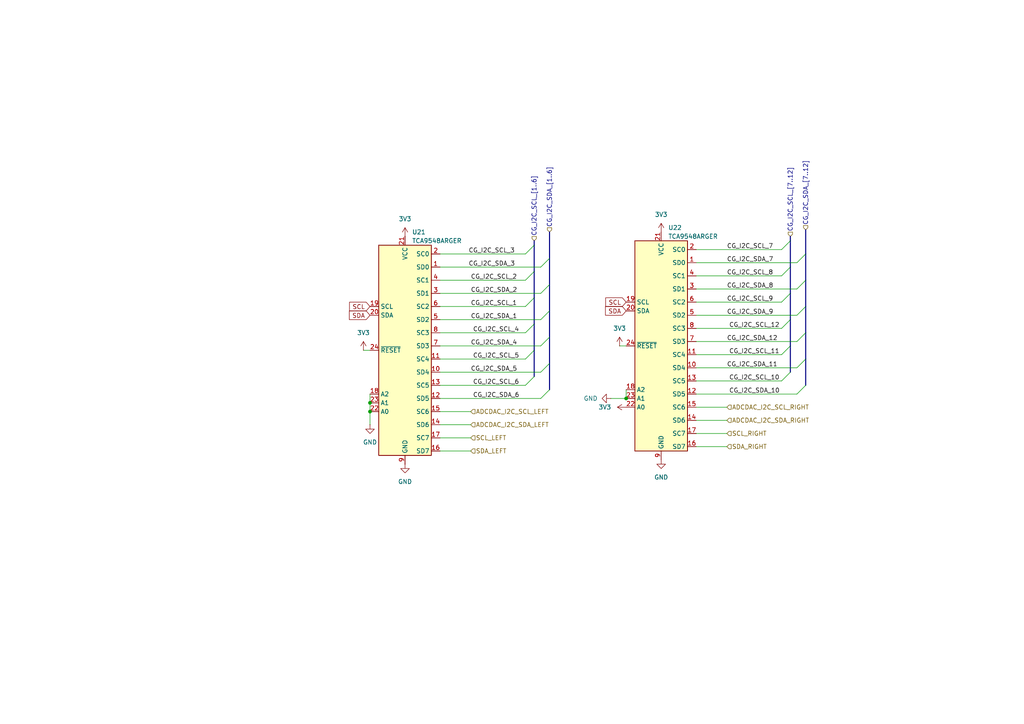
<source format=kicad_sch>
(kicad_sch (version 20231120) (generator "eeschema") (generator_version "8.0")
  (paper "A4")
  (lib_symbols
    (symbol "Interface_Expansion:TCA9548ARGER"
      (property "Reference" "U21" (at 2.032 39.37 0))
      (property "Value" "TCA9548ARGER" (at 2.032 36.83 0))
      (symbol "TCA9548ARGER_0_1"
        (rectangle (start -7.62 35.56) (end 7.62 -25.4) (stroke (width 0.254)) (fill (type background)))
      )
      (symbol "TCA9548ARGER_1_1"
        (pin bidirectional line (at 10.16 29.21 180) (length 2.54) (name "SD0") (number "1"))
        (pin bidirectional line (at 10.16 -1.27 180) (length 2.54) (name "SD4") (number "10"))
        (pin output line (at 10.16 2.54 180) (length 2.54) (name "SC4") (number "11"))
        (pin bidirectional line (at 10.16 -8.89 180) (length 2.54) (name "SD5") (number "12"))
        (pin output line (at 10.16 -5.08 180) (length 2.54) (name "SC5") (number "13"))
        (pin bidirectional line (at 10.16 -16.51 180) (length 2.54) (name "SD6") (number "14"))
        (pin output line (at 10.16 -12.7 180) (length 2.54) (name "SC6") (number "15"))
        (pin bidirectional line (at 10.16 -24.13 180) (length 2.54) (name "SD7") (number "16"))
        (pin output line (at 10.16 -20.32 180) (length 2.54) (name "SC7") (number "17"))
        (pin input line (at -10.16 -7.62 0) (length 2.54) (name "A2") (number "18"))
        (pin input line (at -10.16 17.78 0) (length 2.54) (name "SCL") (number "19"))
        (pin output line (at 10.16 33.02 180) (length 2.54) (name "SC0") (number "2"))
        (pin bidirectional line (at -10.16 15.24 0) (length 2.54) (name "SDA") (number "20"))
        (pin power_in line (at 0 38.1 270) (length 2.54) (name "VCC") (number "21"))
        (pin input line (at -10.16 -12.7 0) (length 2.54) (name "A0") (number "22"))
        (pin input line (at -10.16 -10.16 0) (length 2.54) (name "A1") (number "23"))
        (pin input line (at -10.16 5.08 0) (length 2.54) (name "~{RESET}") (number "24"))
        (pin no_connect line (at -7.62 -15.24 0) (length 2.54) hide (name "1EP") (number "25"))
        (pin bidirectional line (at 10.16 21.59 180) (length 2.54) (name "SD1") (number "3"))
        (pin output line (at 10.16 25.4 180) (length 2.54) (name "SC1") (number "4"))
        (pin bidirectional line (at 10.16 13.97 180) (length 2.54) (name "SD2") (number "5"))
        (pin output line (at 10.16 17.78 180) (length 2.54) (name "SC2") (number "6"))
        (pin bidirectional line (at 10.16 6.35 180) (length 2.54) (name "SD3") (number "7"))
        (pin output line (at 10.16 10.16 180) (length 2.54) (name "SC3") (number "8"))
        (pin power_in line (at 0 -27.94 90) (length 2.54) (name "GND") (number "9"))
      )
    )
    (symbol "power:+3.3V" (power) (pin_numbers hide) (pin_names (offset 0) hide)
      (property "Value" "+3.3V" (at 0 3.556 0))
      (symbol "+3.3V_0_1"
        (polyline (pts (xy -0.762 1.27) (xy 0 2.54)))
        (polyline (pts (xy 0 0) (xy 0 2.54)))
        (polyline (pts (xy 0 2.54) (xy 0.762 1.27)))
      )
      (symbol "+3.3V_1_1"
        (pin power_in line (at 0 0 90) (length 0) (name "~") (number "1"))
      )
    )
    (symbol "power:GND" (power) (pin_numbers hide) (pin_names (offset 0) hide)
      (property "Value" "GND" (at 0 -3.81 0))
      (symbol "GND_0_1"
        (polyline (pts (xy 0 0) (xy 0 -1.27) (xy 1.27 -1.27) (xy 0 -2.54) (xy -1.27 -1.27) (xy 0 -1.27)))
      )
      (symbol "GND_1_1"
        (pin power_in line (at 0 0 270) (length 0) (name "~") (number "1"))
      )
    )
  )
  (junction (at 107.315 119.38))
  (junction (at 181.61 115.57))
  (junction (at 107.315 116.84))
  (bus_entry (at 154.94 71.12) (size -2.54 2.54))
  (bus_entry (at 159.385 113.03) (size -2.54 2.54))
  (bus_entry (at 229.235 107.95) (size -2.54 2.54))
  (bus_entry (at 154.94 86.36) (size -2.54 2.54))
  (bus_entry (at 154.94 78.74) (size -2.54 2.54))
  (bus_entry (at 233.68 73.66) (size -2.54 2.54))
  (bus_entry (at 159.385 74.93) (size -2.54 2.54))
  (bus_entry (at 233.68 96.52) (size -2.54 2.54))
  (bus_entry (at 233.68 88.9) (size -2.54 2.54))
  (bus_entry (at 159.385 97.79) (size -2.54 2.54))
  (bus_entry (at 154.94 101.6) (size -2.54 2.54))
  (bus_entry (at 233.68 111.76) (size -2.54 2.54))
  (bus_entry (at 154.94 93.98) (size -2.54 2.54))
  (bus_entry (at 233.68 81.28) (size -2.54 2.54))
  (bus_entry (at 159.385 82.55) (size -2.54 2.54))
  (bus_entry (at 229.235 77.47) (size -2.54 2.54))
  (bus_entry (at 229.235 100.33) (size -2.54 2.54))
  (bus_entry (at 159.385 105.41) (size -2.54 2.54))
  (bus_entry (at 229.235 85.09) (size -2.54 2.54))
  (bus_entry (at 233.68 104.14) (size -2.54 2.54))
  (bus_entry (at 154.94 109.22) (size -2.54 2.54))
  (bus_entry (at 159.385 90.17) (size -2.54 2.54))
  (bus_entry (at 229.235 92.71) (size -2.54 2.54))
  (bus_entry (at 229.235 69.85) (size -2.54 2.54))
  (wire (pts (xy 201.93 118.11) (xy 210.82 118.11)))
  (bus (pts (xy 159.385 67.31) (xy 159.385 74.93)))
  (wire (pts (xy 201.93 99.06) (xy 231.14 99.06)))
  (bus (pts (xy 159.385 82.55) (xy 159.385 74.93)))
  (wire (pts (xy 201.93 110.49) (xy 226.695 110.49)))
  (bus (pts (xy 233.68 81.28) (xy 233.68 73.66)))
  (wire (pts (xy 177.165 115.57) (xy 181.61 115.57)))
  (bus (pts (xy 154.94 101.6) (xy 154.94 109.22)))
  (wire (pts (xy 127.635 73.66) (xy 152.4 73.66)))
  (wire (pts (xy 127.635 123.19) (xy 136.525 123.19)))
  (wire (pts (xy 127.635 81.28) (xy 152.4 81.28)))
  (wire (pts (xy 127.635 100.33) (xy 156.845 100.33)))
  (wire (pts (xy 201.93 87.63) (xy 226.695 87.63)))
  (wire (pts (xy 127.635 92.71) (xy 156.845 92.71)))
  (bus (pts (xy 159.385 105.41) (xy 159.385 97.79)))
  (wire (pts (xy 127.635 119.38) (xy 136.525 119.38)))
  (wire (pts (xy 181.61 115.57) (xy 181.61 113.03)))
  (wire (pts (xy 107.315 119.38) (xy 107.315 116.84)))
  (bus (pts (xy 233.68 111.76) (xy 233.68 104.14)))
  (wire (pts (xy 201.93 83.82) (xy 231.14 83.82)))
  (wire (pts (xy 201.93 76.2) (xy 231.14 76.2)))
  (wire (pts (xy 127.635 127) (xy 136.525 127)))
  (wire (pts (xy 105.41 101.6) (xy 107.315 101.6)))
  (wire (pts (xy 201.93 106.68) (xy 231.14 106.68)))
  (bus (pts (xy 159.385 113.03) (xy 159.385 105.41)))
  (bus (pts (xy 159.385 90.17) (xy 159.385 82.55)))
  (bus (pts (xy 159.385 97.79) (xy 159.385 90.17)))
  (wire (pts (xy 127.635 77.47) (xy 156.845 77.47)))
  (bus (pts (xy 233.68 104.14) (xy 233.68 96.52)))
  (bus (pts (xy 233.68 66.675) (xy 233.68 73.66)))
  (wire (pts (xy 179.705 100.33) (xy 181.61 100.33)))
  (wire (pts (xy 201.93 91.44) (xy 231.14 91.44)))
  (bus (pts (xy 229.235 85.09) (xy 229.235 92.71)))
  (bus (pts (xy 233.68 96.52) (xy 233.68 88.9)))
  (bus (pts (xy 154.94 86.36) (xy 154.94 93.98)))
  (bus (pts (xy 154.94 78.74) (xy 154.94 86.36)))
  (wire (pts (xy 127.635 96.52) (xy 152.4 96.52)))
  (bus (pts (xy 229.235 100.33) (xy 229.235 107.95)))
  (wire (pts (xy 201.93 114.3) (xy 231.14 114.3)))
  (wire (pts (xy 127.635 85.09) (xy 156.845 85.09)))
  (wire (pts (xy 201.93 102.87) (xy 226.695 102.87)))
  (wire (pts (xy 107.315 119.38) (xy 107.315 123.19)))
  (wire (pts (xy 201.93 125.73) (xy 210.82 125.73)))
  (wire (pts (xy 127.635 130.81) (xy 136.525 130.81)))
  (wire (pts (xy 201.93 95.25) (xy 226.695 95.25)))
  (wire (pts (xy 127.635 111.76) (xy 152.4 111.76)))
  (bus (pts (xy 233.68 88.9) (xy 233.68 81.28)))
  (wire (pts (xy 201.93 129.54) (xy 210.82 129.54)))
  (bus (pts (xy 229.235 68.58) (xy 229.235 69.85)))
  (wire (pts (xy 127.635 104.14) (xy 152.4 104.14)))
  (wire (pts (xy 127.635 115.57) (xy 156.845 115.57)))
  (bus (pts (xy 154.94 93.98) (xy 154.94 101.6)))
  (wire (pts (xy 127.635 88.9) (xy 152.4 88.9)))
  (bus (pts (xy 154.94 69.85) (xy 154.94 71.12)))
  (wire (pts (xy 201.93 72.39) (xy 226.695 72.39)))
  (wire (pts (xy 107.315 116.84) (xy 107.315 114.3)))
  (bus (pts (xy 154.94 71.12) (xy 154.94 78.74)))
  (wire (pts (xy 201.93 121.92) (xy 210.82 121.92)))
  (bus (pts (xy 229.235 69.85) (xy 229.235 77.47)))
  (wire (pts (xy 201.93 80.01) (xy 226.695 80.01)))
  (wire (pts (xy 127.635 107.95) (xy 156.845 107.95)))
  (bus (pts (xy 229.235 92.71) (xy 229.235 100.33)))
  (bus (pts (xy 229.235 77.47) (xy 229.235 85.09)))
  (label "CG_I2C_SDA_1" (at 136.525 92.71 0))
  (label "CG_I2C_SDA_8" (at 210.82 83.82 0))
  (label "CG_I2C_SDA_12" (at 210.82 99.06 0))
  (label "CG_I2C_SCL_12" (at 211.455 95.25 0))
  (label "CG_I2C_SCL_6" (at 137.16 111.76 0))
  (label "CG_I2C_SCL_5" (at 137.16 104.14 0))
  (label "CG_I2C_SDA_11" (at 210.82 106.68 0))
  (label "CG_I2C_SCL_8" (at 210.82 80.01 0))
  (label "CG_I2C_SCL_7" (at 210.82 72.39 0))
  (label "CG_I2C_SCL_11" (at 211.455 102.87 0))
  (label "CG_I2C_SCL_2" (at 136.525 81.28 0))
  (label "CG_I2C_SDA_5" (at 136.525 107.95 0))
  (label "CG_I2C_SDA_10" (at 211.455 114.3 0))
  (label "CG_I2C_SDA_2" (at 136.525 85.09 0))
  (label "CG_I2C_SDA_3" (at 135.89 77.47 0))
  (label "CG_I2C_SDA_7" (at 210.82 76.2 0))
  (label "CG_I2C_SCL_9" (at 210.82 87.63 0))
  (label "CG_I2C_SCL_4" (at 137.16 96.52 0))
  (label "CG_I2C_SCL_10" (at 211.455 110.49 0))
  (label "CG_I2C_SDA_4" (at 136.525 100.33 0))
  (label "CG_I2C_SCL_3" (at 135.89 73.66 0))
  (label "CG_I2C_SCL_1" (at 136.525 88.9 0))
  (label "CG_I2C_SDA_6" (at 137.16 115.57 0))
  (label "CG_I2C_SDA_9" (at 210.82 91.44 0))
  (global_label "SDA" (shape input) (at 181.61 90.17 180) (property "Intersheetrefs" "${INTERSHEET_REFS}" (effects (hide yes))))
  (global_label "SDA" (shape input) (at 107.315 91.44 180) (property "Intersheetrefs" "${INTERSHEET_REFS}" (effects (hide yes))))
  (global_label "SCL" (shape input) (at 181.61 87.63 180) (property "Intersheetrefs" "${INTERSHEET_REFS}" (effects (hide yes))))
  (global_label "SCL" (shape input) (at 107.315 88.9 180) (property "Intersheetrefs" "${INTERSHEET_REFS}" (effects (hide yes))))
  (hierarchical_label "CG_I2C_SDA_[7..12]" (shape input) (at 233.68 66.675 90))
  (hierarchical_label "SDA_RIGHT" (shape input) (at 210.82 129.54 0))
  (hierarchical_label "SCL_LEFT" (shape input) (at 136.525 127 0))
  (hierarchical_label "ADCDAC_I2C_SCL_RIGHT" (shape input) (at 210.82 118.11 0))
  (hierarchical_label "CG_I2C_SCL_[1..6]" (shape input) (at 154.94 69.85 90))
  (hierarchical_label "CG_I2C_SCL_[7..12]" (shape input) (at 229.235 68.58 90))
  (hierarchical_label "ADCDAC_I2C_SDA_RIGHT" (shape input) (at 210.82 121.92 0))
  (hierarchical_label "ADCDAC_I2C_SCL_LEFT" (shape input) (at 136.525 119.38 0))
  (hierarchical_label "SDA_LEFT" (shape input) (at 136.525 130.81 0))
  (hierarchical_label "CG_I2C_SDA_[1..6]" (shape input) (at 159.385 67.31 90))
  (hierarchical_label "SCL_RIGHT" (shape input) (at 210.82 125.73 0))
  (hierarchical_label "ADCDAC_I2C_SDA_LEFT" (shape input) (at 136.525 123.19 0))
  (symbol (lib_id "power:GND") (at 177.165 115.57 270) (unit 1)
    (property "Reference" "#PWR66" (effects (hide yes)))
    (property "Value" "GND" (at 173.355 115.5699 90) (effects (justify right)))
    (property "Description" "Power symbol creates a global label with name \"GND\" , ground" (effects (hide yes)))
  )
  (symbol (lib_id "Interface_Expansion:TCA9548ARGER") (at 117.475 106.68 0) (unit 1)
    (property "Reference" "U21" (at 119.507 67.31 0) (effects (justify left)))
    (property "Value" "TCA9548ARGER" (at 119.507 69.85 0) (effects (justify left)))
    (property "Footprint" "Package_DFN_QFN:Texas_RGE0024C_VQFN-24-1EP_4x4mm_P0.5mm_EP2.1x2.1mm" (effects (hide yes)))
    (property "Datasheet" "http://www.ti.com/lit/ds/symlink/tca9548a.pdf" (effects (hide yes)))
    (property "Description" "Low voltage 8-channel I2C switch with reset, QFN-24" (effects (hide yes)))
  )
  (symbol (lib_id "power:+3.3V") (at 117.475 68.58 0) (unit 1)
    (property "Reference" "#PWR60" (effects (hide yes)))
    (property "Value" "3V3" (at 117.475 63.5 0))
    (property "Description" "Power symbol creates a global label with name \"+3.3V\"" (effects (hide yes)))
  )
  (symbol (lib_id "power:+3.3V") (at 105.41 101.6 0) (unit 1)
    (property "Reference" "#PWR63" (effects (hide yes)))
    (property "Value" "3V3" (at 105.41 96.52 0))
    (property "Description" "Power symbol creates a global label with name \"+3.3V\"" (effects (hide yes)))
  )
  (symbol (lib_id "power:+3.3V") (at 181.61 118.11 90) (unit 1)
    (property "Reference" "#PWR69" (effects (hide yes)))
    (property "Value" "3V3" (at 177.292 118.1099 90) (effects (justify left)))
    (property "Description" "Power symbol creates a global label with name \"+3.3V\"" (effects (hide yes)))
  )
  (symbol (lib_id "power:GND") (at 107.315 123.19 0) (unit 1)
    (property "Reference" "#PWR64" (effects (hide yes)))
    (property "Value" "GND" (at 107.315 128.27 0))
    (property "Description" "Power symbol creates a global label with name \"GND\" , ground" (effects (hide yes)))
  )
  (symbol (lib_id "power:+3.3V") (at 179.705 100.33 0) (unit 1)
    (property "Reference" "#PWR65" (effects (hide yes)))
    (property "Value" "3V3" (at 179.705 95.25 0))
    (property "Description" "Power symbol creates a global label with name \"+3.3V\"" (effects (hide yes)))
  )
  (symbol (lib_id "power:GND") (at 117.475 134.62 0) (unit 1)
    (property "Reference" "#PWR59" (effects (hide yes)))
    (property "Value" "GND" (at 117.475 139.7 0))
    (property "Description" "Power symbol creates a global label with name \"GND\" , ground" (effects (hide yes)))
  )
  (symbol (lib_id "Interface_Expansion:TCA9548ARGER") (at 191.77 105.41 0) (unit 1)
    (property "Reference" "U22" (at 193.802 66.04 0) (effects (justify left)))
    (property "Value" "TCA9548ARGER" (at 193.802 68.58 0) (effects (justify left)))
    (property "Footprint" "Package_DFN_QFN:Texas_RGE0024C_VQFN-24-1EP_4x4mm_P0.5mm_EP2.1x2.1mm" (effects (hide yes)))
    (property "Datasheet" "http://www.ti.com/lit/ds/symlink/tca9548a.pdf" (effects (hide yes)))
    (property "Description" "Low voltage 8-channel I2C switch with reset, QFN-24" (effects (hide yes)))
  )
  (symbol (lib_id "power:GND") (at 191.77 133.35 0) (unit 1)
    (property "Reference" "#PWR68" (effects (hide yes)))
    (property "Value" "GND" (at 191.77 138.43 0))
    (property "Description" "Power symbol creates a global label with name \"GND\" , ground" (effects (hide yes)))
  )
  (symbol (lib_id "power:+3.3V") (at 191.77 67.31 0) (unit 1)
    (property "Reference" "#PWR67" (effects (hide yes)))
    (property "Value" "3V3" (at 191.77 62.23 0))
    (property "Description" "Power symbol creates a global label with name \"+3.3V\"" (effects (hide yes)))
  )
)
</source>
